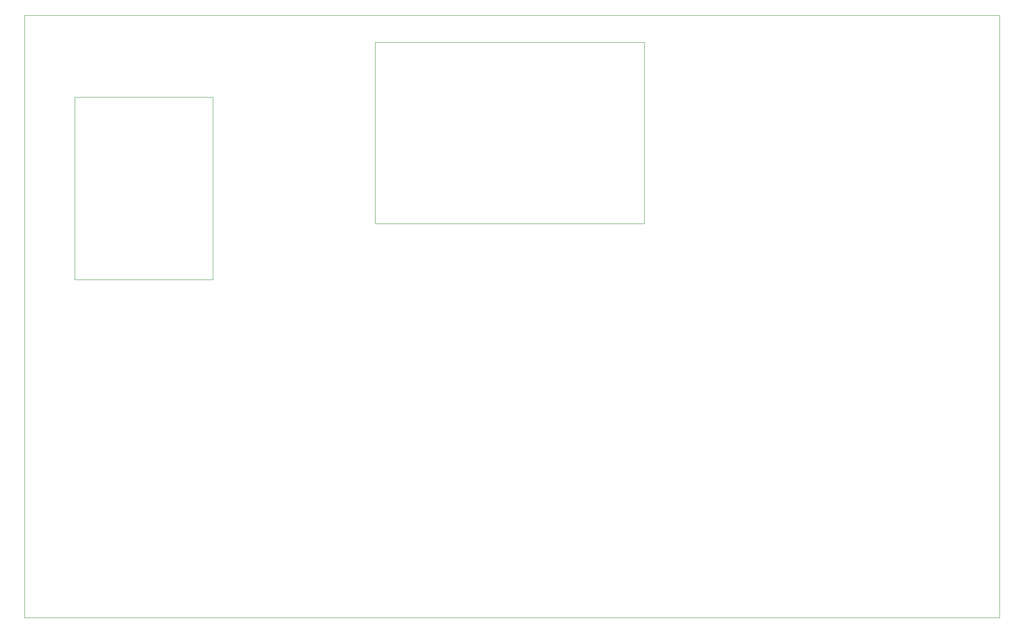
<source format=gbr>
%TF.GenerationSoftware,KiCad,Pcbnew,8.0.0*%
%TF.CreationDate,2024-05-29T16:09:33+02:00*%
%TF.ProjectId,Remote_Board_L476RG,52656d6f-7465-45f4-926f-6172645f4c34,rev?*%
%TF.SameCoordinates,Original*%
%TF.FileFunction,Profile,NP*%
%FSLAX46Y46*%
G04 Gerber Fmt 4.6, Leading zero omitted, Abs format (unit mm)*
G04 Created by KiCad (PCBNEW 8.0.0) date 2024-05-29 16:09:33*
%MOMM*%
%LPD*%
G01*
G04 APERTURE LIST*
%TA.AperFunction,Profile*%
%ADD10C,0.050000*%
%TD*%
G04 APERTURE END LIST*
D10*
X76000000Y-30000000D02*
X275000000Y-30000000D01*
X275000000Y-153000000D01*
X76000000Y-153000000D01*
X76000000Y-30000000D01*
X86200000Y-46750000D02*
X114450000Y-46750000D01*
X114450000Y-84000000D01*
X86200000Y-84000000D01*
X86200000Y-46750000D01*
X147500000Y-35500000D02*
X202500000Y-35500000D01*
X202500000Y-72500000D01*
X147500000Y-72500000D01*
X147500000Y-35500000D01*
M02*

</source>
